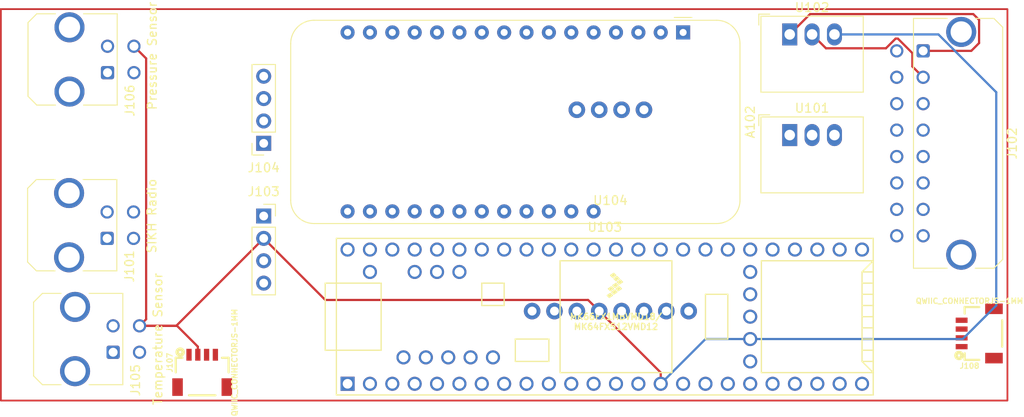
<source format=kicad_pcb>
(kicad_pcb (version 20211014) (generator pcbnew)
  (layers (0 "F.Cu" signal) (31 "B.Cu" signal) (34 "B.Paste" user) (35 "F.Paste" user) (36 "B.SilkS" user "B.Silkscreen") (37 "F.SilkS" user "F.Silkscreen") (38 "B.Mask" user) (39 "F.Mask" user) (44 "Edge.Cuts" user))
  (net 0 "")
  (net 1 "-BATT")
  (net 2 "/CS_ARGO")
  (net 3 "/SCk")
  (net 4 "/COPI")
  (net 5 "/CIPO")
  (net 6 "/ARGO_G8")
  (net 7 "/ARGO_INT1")
  (net 8 "/ARGO_INT2")
  (net 9 "/ARGO_RESETB")
  (net 10 "/ARGO_PWR_EN")
  (net 11 "/ARGO_RF_EN")
  (net 12 "/gps_pps")
  (net 13 "/CAN_TX")
  (net 14 "/CAN_RX")
  (net 15 "/compass1_scl")
  (net 16 "/sda")
  (net 17 "/scl")
  (net 18 "/compass1_sda")
  (net 19 "/compass1_3v3")
  (net 20 "/compass1_GND")
  (net 21 "/rx1")
  (net 22 "/tx1")
  (net 23 "/gps_rx3")
  (net 24 "/gps_tx3")
  (net 25 "+5V")
  (net 49 "/gps_rst")
  (net 55 "+BATT")
  (net 57 "/i2c_sda")
  (net 58 "/i2c_scl")
  (net 59 "/SCK")
  (net 67 "+3V3")
  (net 85 "/gps_int")
  (footprint "Connector_Molex:Molex_Micro-Fit_3.0_43045-0421_2x02-1MP_P3.00mm_Horizontal" (layer "F.Cu") (at 114.345 89.765 90)
    (fp_text reference "J105" (at -3.175 2.54 90) (layer "F.SilkS"))
    (fp_text value "Temperature Sensor" (at 1.5 5.08 90) (layer "F.SilkS"))
    (fp_line (start 6.685 1.1) (end 6.685 -2.725) (layer "F.SilkS") (width 0.12))
    (fp_line (start -3.685 -2.725) (end -3.685 1.1) (layer "F.SilkS") (width 0.12))
    (fp_line (start 5.685 -9.03) (end 6.685 -8.03) (layer "F.SilkS") (width 0.12))
    (fp_line (start 6.685 -8.03) (end 6.685 -5.915) (layer "F.SilkS") (width 0.12))
    (fp_line (start -3.685 -5.915) (end -3.685 -8.03) (layer "F.SilkS") (width 0.12))
    (fp_line (start -3.685 1.1) (end 6.685 1.1) (layer "F.SilkS") (width 0.12))
    (fp_line (start -3.685 -8.03) (end -2.685 -9.03) (layer "F.SilkS") (width 0.12))
    (fp_line (start -2.685 -9.03) (end 5.685 -9.03) (layer "F.SilkS") (width 0.12))
    (pad "1" thru_hole roundrect (at 0 0 90) (size 1.5 1.5) (drill 1.02) (layers *.Cu *.Mask) (roundrect_rratio 0.166667) (net 1 "-BATT"))
    (pad "2" thru_hole circle (at 3 0 90) (size 1.5 1.5) (drill 1.02) (layers *.Cu *.Mask) (net 16 "/sda"))
    (pad "3" thru_hole circle (at 0 3 90) (size 1.5 1.5) (drill 1.02) (layers *.Cu *.Mask) (net 17 "/scl"))
    (pad "4" thru_hole circle (at 3 3 90) (size 1.5 1.5) (drill 1.02) (layers *.Cu *.Mask) (net 67 "+3V3"))
    (pad "MP" thru_hole circle (at -2.15 -4.32 90) (size 3.41 3.41) (drill 2.41) (layers *.Cu *.Mask))
    (pad "MP" thru_hole circle (at 5.15 -4.32 90) (size 3.41 3.41) (drill 2.41) (layers *.Cu *.Mask))
  )
  (footprint "Connector_Molex:Molex_Micro-Fit_3.0_43045-0421_2x02-1MP_P3.00mm_Horizontal" (layer "F.Cu") (at 113.71 58.015 90)
    (fp_text reference "J106" (at -3.175 2.54 90) (layer "F.SilkS"))
    (fp_text value "Pressure Sensor" (at 1.905 5.08 90) (layer "F.SilkS"))
    (fp_line (start -2.685 -9.03) (end 5.685 -9.03) (layer "F.SilkS") (width 0.12))
    (fp_line (start 5.685 -9.03) (end 6.685 -8.03) (layer "F.SilkS") (width 0.12))
    (fp_line (start -3.685 -8.03) (end -2.685 -9.03) (layer "F.SilkS") (width 0.12))
    (fp_line (start 6.685 -8.03) (end 6.685 -5.915) (layer "F.SilkS") (width 0.12))
    (fp_line (start -3.685 1.1) (end 6.685 1.1) (layer "F.SilkS") (width 0.12))
    (fp_line (start 6.685 1.1) (end 6.685 -2.725) (layer "F.SilkS") (width 0.12))
    (fp_line (start -3.685 -2.725) (end -3.685 1.1) (layer "F.SilkS") (width 0.12))
    (fp_line (start -3.685 -5.915) (end -3.685 -8.03) (layer "F.SilkS") (width 0.12))
    (pad "1" thru_hole roundrect (at 0 0 90) (size 1.5 1.5) (drill 1.02) (layers *.Cu *.Mask) (roundrect_rratio 0.166667) (net 1 "-BATT"))
    (pad "2" thru_hole circle (at 3 0 90) (size 1.5 1.5) (drill 1.02) (layers *.Cu *.Mask) (net 16 "/sda"))
    (pad "3" thru_hole circle (at 0 3 90) (size 1.5 1.5) (drill 1.02) (layers *.Cu *.Mask) (net 17 "/scl"))
    (pad "4" thru_hole circle (at 3 3 90) (size 1.5 1.5) (drill 1.02) (layers *.Cu *.Mask) (net 67 "+3V3"))
    (pad "MP" thru_hole circle (at -2.15 -4.32 90) (size 3.41 3.41) (drill 2.41) (layers *.Cu *.Mask))
    (pad "MP" thru_hole circle (at 5.15 -4.32 90) (size 3.41 3.41) (drill 2.41) (layers *.Cu *.Mask))
  )
  (footprint "Connectors:1X04_1MM_RA" (layer "F.Cu") (at 210.698715 87.63 90)
    (fp_text reference "J108" (at -3.683 0.889 180) (layer "F.SilkS") (effects (font (size 0.6096 0.6096) (thickness 0.127))))
    (fp_text value "QWIIC_CONNECTORJS-1MM" (at 3.683 0.889 180) (layer "F.SilkS") (effects (font (size 0.6096 0.6096) (thickness 0.127))))
    (fp_line (start -1.4986 4.59994) (end 1.4986 4.59994) (layer "F.SilkS") (width 0.254))
    (fp_line (start 2.2479 0.34798) (end 2.99974 0.34798) (layer "F.SilkS") (width 0.254))
    (fp_line (start 2.99974 0.34798) (end 2.99974 1.99898) (layer "F.SilkS") (width 0.254))
    (fp_line (start -2.99974 0.34798) (end -2.2479 0.34798) (layer "F.SilkS") (width 0.254))
    (fp_line (start -2.99974 1.99898) (end -2.99974 0.34798) (layer "F.SilkS") (width 0.254))
    (fp_circle (center -2.49936 -0.29972) (end -2.49936 -0.43942) (layer "F.SilkS") (width 0.39878) (fill none))
    (pad "1" smd rect locked (at -1.4986 0 90) (size 0.59944 1.34874) (layers "F.Cu" "F.Paste" "F.Mask") (net 1 "-BATT"))
    (pad "2" smd rect locked (at -0.49784 0 90) (size 0.59944 1.34874) (layers "F.Cu" "F.Paste" "F.Mask") (net 67 "+3V3"))
    (pad "3" smd rect locked (at 0.49784 0 90) (size 0.59944 1.34874) (layers "F.Cu" "F.Paste" "F.Mask") (net 16 "/sda"))
    (pad "4" smd rect locked (at 1.4986 0 90) (size 0.59944 1.34874) (layers "F.Cu" "F.Paste" "F.Mask") (net 17 "/scl"))
    (pad "NC1" smd rect locked (at 2.79908 3.67284 90) (size 1.19888 1.99898) (layers "F.Cu" "F.Paste" "F.Mask"))
    (pad "NC2" smd rect locked (at -2.79908 3.67284 90) (size 1.19888 1.99898) (layers "F.Cu" "F.Paste" "F.Mask"))
  )
  (footprint "Module:Teensy35_36" (layer "F.Cu") (at 170.18 85.725)
    (fp_text reference "U103" (at 0 -10.16) (layer "F.SilkS"))
    (fp_text value "Teensy3.5")
    (fp_text user "MK64FX512VMD12" (at 1.27 1.143) (layer "F.SilkS") (effects (font (size 0.7 0.7))))
    (fp_text user "MK66FX1MBVMD18/" (at 1.27 0) (layer "F.SilkS") (effects (font (size 0.7 0.7))))
    (fp_line (start -5.08 6.35) (end 7.62 6.35) (layer "F.SilkS") (width 0.15))
    (fp_line (start -30.48 8.89) (end 30.48 8.89) (layer "F.SilkS") (width 0.15))
    (fp_line (start 29.21 5.08) (end 30.48 5.08) (layer "F.SilkS") (width 0.15))
    (fp_line (start -31.75 -3.81) (end -30.48 -3.81) (layer "F.SilkS") (width 0.15))
    (fp_line (start 13.97 2.54) (end 11.43 2.54) (layer "F.SilkS") (width 0.15))
    (fp_line (start -13.97 -3.81) (end -13.97 -1.27) (layer "F.SilkS") (width 0.15))
    (fp_line (start -31.75 3.81) (end -31.75 -3.81) (layer "F.SilkS") (width 0.15))
    (fp_line (start 29.21 -1.27) (end 30.48 -1.27) (layer "F.SilkS") (width 0.15))
    (fp_line (start 17.78 -6.35) (end 17.78 6.35) (layer "F.SilkS") (width 0.15))
    (fp_line (start 29.21 0) (end 30.48 0) (layer "F.SilkS") (width 0.15))
    (fp_line (start 17.78 6.35) (end 30.48 6.35) (layer "F.SilkS") (width 0.15))
    (fp_line (start -11.43 -1.27) (end -11.43 -3.81) (layer "F.SilkS") (width 0.15))
    (fp_line (start 29.21 3.81) (end 30.48 3.81) (layer "F.SilkS") (width 0.15))
    (fp_line (start 7.62 6.35) (end 7.62 -6.35) (layer "F.SilkS") (width 0.15))
    (fp_line (start -6.35 2.54) (end -6.35 5.08) (layer "F.SilkS") (width 0.15))
    (fp_line (start 29.21 2.54) (end 30.48 2.54) (layer "F.SilkS") (width 0.15))
    (fp_line (start 29.21 -5.08) (end 30.48 -5.08) (layer "F.SilkS") (width 0.15))
    (fp_line (start -5.08 -6.35) (end 7.62 -6.35) (layer "F.SilkS") (width 0.15))
    (fp_line (start 30.48 -6.35) (end 17.78 -6.35) (layer "F.SilkS") (width 0.15))
    (fp_line (start 29.21 -2.54) (end 30.48 -2.54) (layer "F.SilkS") (width 0.15))
    (fp_line (start 29.21 -3.81) (end 30.48 -3.81) (layer "F.SilkS") (width 0.15))
    (fp_line (start -6.35 5.08) (end -10.16 5.08) (layer "F.SilkS") (width 0.15))
    (fp_line (start 11.43 2.54) (end 11.43 -2.54) (layer "F.SilkS") (width 0.15))
    (fp_line (start -25.4 3.81) (end -30.48 3.81) (layer "F.SilkS") (width 0.15))
    (fp_line (start 30.48 6.35) (end 29.21 5.08) (layer "F.SilkS") (width 0.15))
    (fp_line (start 29.21 1.27) (end 30.48 1.27) (layer "F.SilkS") (width 0.15))
    (fp_line (start 13.97 -2.54) (end 13.97 2.54) (layer "F.SilkS") (width 0.15))
    (fp_line (start 29.21 5.08) (end 29.21 -5.08) (layer "F.SilkS") (width 0.15))
    (fp_line (start 30.48 -8.89) (end 30.48 8.89) (layer "F.SilkS") (width 0.15))
    (fp_line (start -25.4 -3.81) (end -30.48 -3.81) (layer "F.SilkS") (width 0.15))
    (fp_line (start -30.48 8.89) (end -30.48 -8.89) (layer "F.SilkS") (width 0.15))
    (fp_line (start -11.43 -3.81) (end -13.97 -3.81) (layer "F.SilkS") (width 0.15))
    (fp_line (start -30.48 3.81) (end -31.75 3.81) (layer "F.SilkS") (width 0.15))
    (fp_line (start -13.97 -1.27) (end -11.43 -1.27) (layer "F.SilkS") (width 0.15))
    (fp_line (start 11.43 -2.54) (end 13.97 -2.54) (layer "F.SilkS") (width 0.15))
    (fp_line (start -10.16 5.08) (end -10.16 2.54) (layer "F.SilkS") (width 0.15))
    (fp_line (start 30.48 -8.89) (end -30.48 -8.89) (layer "F.SilkS") (width 0.15))
    (fp_line (start -10.16 2.54) (end -6.35 2.54) (layer "F.SilkS") (width 0.15))
    (fp_line (start -25.4 3.81) (end -25.4 -3.81) (layer "F.SilkS") (width 0.15))
    (fp_line (start -5.08 -6.35) (end -5.08 6.35) (layer "F.SilkS") (width 0.15))
    (fp_line (start 29.21 -5.08) (end 30.48 -6.35) (layer "F.SilkS") (width 0.15))
    (fp_poly (pts (xy 1.651 -3.429) (xy 1.905 -3.175) (xy 1.524 -2.921) (xy 1.27 -3.175)) (layer "F.SilkS") (width 0.1) (fill solid))
    (fp_poly (pts (xy 1.778 -4.191) (xy 2.032 -3.937) (xy 1.651 -3.683) (xy 1.397 -3.937)) (layer "F.SilkS") (width 0.1) (fill solid))
    (fp_poly (pts (xy 1.27 -3.81) (xy 1.524 -3.556) (xy 1.143 -3.302) (xy 0.889 -3.556)) (layer "F.SilkS") (width 0.1) (fill solid))
    (fp_poly (pts (xy 1.016 -4.953) (xy 1.27 -4.699) (xy 0.889 -4.445) (xy 0.635 -4.699)) (layer "F.SilkS") (width 0.1) (fill solid))
    (fp_poly (pts (xy 1.143 -3.048) (xy 1.397 -2.794) (xy 1.016 -2.54) (xy 0.762 -2.794)) (layer "F.SilkS") (width 0.1) (fill solid))
    (fp_poly (pts (xy 0.635 -2.667) (xy 0.889 -2.413) (xy 0.508 -2.159) (xy 0.254 -2.413)) (layer "F.SilkS") (width 0.1) (fill solid))
    (fp_poly (pts (xy 1.397 -4.572) (xy 1.651 -4.318) (xy 1.27 -4.064) (xy 1.016 -4.318)) (layer "F.SilkS") (width 0.1) (fill solid))
    (fp_poly (pts (xy 0.762 -3.429) (xy 1.016 -3.175) (xy 0.635 -2.921) (xy 0.381 -3.175)) (layer "F.SilkS") (width 0.1) (fill solid))
    (pad "1" thru_hole rect (at -29.21 7.62) (size 1.6 1.6) (drill 1.1) (layers *.Cu *.Mask) (net 1 "-BATT"))
    (pad "2" thru_hole circle (at -26.67 7.62) (size 1.6 1.6) (drill 1.1) (layers *.Cu *.Mask) (net 21 "/rx1"))
    (pad "3" thru_hole circle (at -24.13 7.62) (size 1.6 1.6) (drill 1.1) (layers *.Cu *.Mask) (net 22 "/tx1"))
    (pad "4" thru_hole circle (at -21.59 7.62) (size 1.6 1.6) (drill 1.1) (layers *.Cu *.Mask) (net 6 "/ARGO_G8"))
    (pad "5" thru_hole circle (at -19.05 7.62) (size 1.6 1.6) (drill 1.1) (layers *.Cu *.Mask) (net 13 "/CAN_TX"))
    (pad "6" thru_hole circle (at -16.51 7.62) (size 1.6 1.6) (drill 1.1) (layers *.Cu *.Mask) (net 14 "/CAN_RX"))
    (pad "7" thru_hole circle (at -13.97 7.62) (size 1.6 1.6) (drill 1.1) (layers *.Cu *.Mask) (net 7 "/ARGO_INT1"))
    (pad "8" thru_hole circle (at -11.43 7.62) (size 1.6 1.6) (drill 1.1) (layers *.Cu *.Mask) (net 8 "/ARGO_INT2"))
    (pad "9" thru_hole circle (at -8.89 7.62) (size 1.6 1.6) (drill 1.1) (layers *.Cu *.Mask) (net 23 "/gps_rx3"))
    (pad "10" thru_hole circle (at -6.35 7.62) (size 1.6 1.6) (drill 1.1) (layers *.Cu *.Mask) (net 24 "/gps_tx3"))
    (pad "11" thru_hole circle (at -3.81 7.62) (size 1.6 1.6) (drill 1.1) (layers *.Cu *.Mask) (net 11 "/ARGO_RF_EN"))
    (pad "12" thru_hole circle (at -1.27 7.62) (size 1.6 1.6) (drill 1.1) (layers *.Cu *.Mask) (net 2 "/CS_ARGO"))
    (pad "13" thru_hole circle (at 1.27 7.62) (size 1.6 1.6) (drill 1.1) (layers *.Cu *.Mask) (net 4 "/COPI"))
    (pad "14" thru_hole circle (at 3.81 7.62) (size 1.6 1.6) (drill 1.1) (layers *.Cu *.Mask) (net 5 "/CIPO"))
    (pad "15" thru_hole circle (at 6.35 7.62) (size 1.6 1.6) (drill 1.1) (layers *.Cu *.Mask) (net 67 "+3V3"))
    (pad "16" thru_hole circle (at 8.89 7.62) (size 1.6 1.6) (drill 1.1) (layers *.Cu *.Mask))
    (pad "17" thru_hole circle (at 11.43 7.62) (size 1.6 1.6) (drill 1.1) (layers *.Cu *.Mask))
    (pad "18" thru_hole circle (at 13.97 7.62) (size 1.6 1.6) (drill 1.1) (layers *.Cu *.Mask))
    (pad "19" thru_hole circle (at 16.51 7.62) (size 1.6 1.6) (drill 1.1) (layers *.Cu *.Mask))
    (pad "20" thru_hole circle (at 19.05 7.62) (size 1.6 1.6) (drill 1.1) (layers *.Cu *.Mask))
    (pad "21" thru_hole circle (at 21.59 7.62) (size 1.6 1.6) (drill 1.1) (layers *.Cu *.Mask) (net 9 "/ARGO_RESETB"))
    (pad "22" thru_hole circle (at 24.13 7.62) (size 1.6 1.6) (drill 1.1) (layers *.Cu *.Mask) (net 10 "/ARGO_PWR_EN"))
    (pad "23" thru_hole circle (at 26.67 7.62) (size 1.6 1.6) (drill 1.1) (layers *.Cu *.Mask))
    (pad "24" thru_hole circle (at 29.21 7.62) (size 1.6 1.6) (drill 1.1) (layers *.Cu *.Mask))
    (pad "25" thru_hole circle (at 16.51 5.08) (size 1.6 1.6) (drill 1.1) (layers *.Cu *.Mask))
    (pad "26" thru_hole circle (at 16.51 2.54) (size 1.6 1.6) (drill 1.1) (layers *.Cu *.Mask) (net 67 "+3V3"))
    (pad "27" thru_hole circle (at 16.51 0) (size 1.6 1.6) (drill 1.1) (layers *.Cu *.Mask) (net 1 "-BATT"))
    (pad "28" thru_hole circle (at 16.51 -2.54) (size 1.6 1.6) (drill 1.1) (layers *.Cu *.Mask))
    (pad "29" thru_hole circle (at 16.51 -5.08) (size 1.6 1.6) (drill 1.1) (layers *.Cu *.Mask))
    (pad "30" thru_hole circle (at 29.21 -7.62) (size 1.6 1.6) (drill 1.1) (layers *.Cu *.Mask))
    (pad "31" thru_hole circle (at 26.67 -7.62) (size 1.6 1.6) (drill 1.1) (layers *.Cu *.Mask))
    (pad "32" thru_hole circle (at 24.13 -7.62) (size 1.6 1.6) (drill 1.1) (layers *.Cu *.Mask) (net 12 "/gps_pps"))
    (pad "33" thru_hole circle (at 21.59 -7.62) (size 1.6 1.6) (drill 1.1) (layers *.Cu *.Mask) (net 49 "/gps_rst"))
    (pad "34" thru_hole circle (at 19.05 -7.62) (size 1.6 1.6) (drill 1.1) (layers *.Cu *.Mask))
    (pad "35" thru_hole circle (at 16.51 -7.62) (size 1.6 1.6) (drill 1.1) (layers *.Cu *.Mask))
    (pad "36" thru_hole circle (at 13.97 -7.62) (size 1.6 1.6) (drill 1.1) (layers *.Cu *.Mask))
    (pad "37" thru_hole circle (at 11.43 -7.62) (size 1.6 1.6) (drill 1.1) (layers *.Cu *.Mask))
    (pad "38" thru_hole circle (at 8.89 -7.62) (size 1.6 1.6) (drill 1.1) (layers *.Cu *.Mask))
    (pad "39" thru_hole circle (at 6.35 -7.62) (size 1.6 1.6) (drill 1.1) (layers *.Cu *.Mask) (net 1 "-BATT"))
    (pad "40" thru_hole circle (at 3.81 -7.62) (size 1.6 1.6) (drill 1.1) (layers *.Cu *.Mask) (net 59 "/SCK"))
    (pad "41" thru_hole circle (at 1.27 -7.62) (size 1.6 1.6) (drill 1.1) (layers *.Cu *.Mask))
    (pad "42" thru_hole circle (at -1.27 -7.62) (size 1.6 1.6) (drill 1.1) (layers *.Cu *.Mask))
    (pad "43" thru_hole circle (at -3.81 -7.62) (size 1.6 1.6) (drill 1.1) (layers *.Cu *.Mask))
    (pad "44" thru_hole circle (at -6.35 -7.62) (size 1.6 1.6) (drill 1.1) (layers *.Cu *.Mask))
    (pad "45" thru_hole circle (at -8.89 -7.62) (size 1.6 1.6) (drill 1.1) (layers *.Cu *.Mask) (net 16 "/sda"))
    (pad "46" thru_hole circle (at -11.43 -7.62) (size 1.6 1.6) (drill 1.1) (layers *.Cu *.Mask) (net 17 "/scl"))
    (pad "47" thru_hole circle (at -13.97 -7.62) (size 1.6 1.6) (drill 1.1) (layers *.Cu *.Mask))
    (pad "48" thru_hole circle (at -16.51 -7.62) (size 1.6 1.6) (drill 1.1) (layers *.Cu *.Mask))
    (pad "49" thru_hole circle (at -19.05 -7.62) (size 1.6 1.6) (drill 1.1) (layers *.Cu *.Mask))
    (pad "50" thru_hole circle (at -21.59 -7.62) (size 1.6 1.6) (drill 1.1) (layers *.Cu *.Mask))
    (pad "51" thru_hole circle (at -24.13 -7.62) (size 1.6 1.6) (drill 1.1) (layers *.Cu *.Mask))
    (pad "52" thru_hole circle (at -26.67 -7.62) (size 1.6 1.6) (drill 1.1) (layers *.Cu *.Mask))
    (pad "53" thru_hole circle (at -29.21 -7.62) (size 1.6 1.6) (drill 1.1) (layers *.Cu *.Mask))
    (pad "54" thru_hole circle (at -26.67 -5.08) (size 1.6 1.6) (drill 1.1) (layers *.Cu *.Mask))
    (pad "55" thru_hole circle (at -21.59 -5.08) (size 1.6 1.6) (drill 1.1) (layers *.Cu *.Mask))
    (pad "56" thru_hole circle (at -19.05 -5.08) (size 1.6 1.6) (drill 1.1) (layers *.Cu *.Mask))
    (pad "57" thru_hole circle (at -16.51 -5.08) (size 1.6 1.6) (drill 1.1) (layers *.Cu *.Mask))
    (pad "58" thru_hole circle (at -22.86 4.62) (size 1.6 1.6) (drill 1.1) (layers *.Cu *.Mask))
    (pad "59" thru_hole circle (at -20.32 4.62) (size 1.6 1.6) (drill 1.1) (layers *.Cu *.Mask))
    (pad "60" thru_hole circle (at -17.78 4.62) (size 1.6 1.6) (drill 1.1) (layers *.Cu *.Mask))
    (pad "61" thru_hole circle (at -15.24 4.62) (size 1.6 1.6) (drill 1.1) (layers *.Cu *.Mask) (net 1 "-BATT"))
    (pad "62" thru_hole circle (at -12.7 4.62) (size 1.6 1.6) (drill 1.1) (layers *.Cu *.Mask) (net 1 "-BATT"))
  )
  (footprint "Connectors:1X04_1MM_RA" (layer "F.Cu") (at 124.46 90.048715)
    (fp_text reference "J107" (at -3.683 0.889 90) (layer "F.SilkS") (effects (font (size 0.6096 0.6096) (thickness 0.127))))
    (fp_text value "QWIIC_CONNECTORJS-1MM" (at 3.683 0.889 90) (layer "F.SilkS") (effects (font (size 0.6096 0.6096) (thickness 0.127))))
    (fp_line (start -2.99974 1.99898) (end -2.99974 0.34798) (layer "F.SilkS") (width 0.254))
    (fp_line (start -1.4986 4.59994) (end 1.4986 4.59994) (layer "F.SilkS") (width 0.254))
    (fp_line (start 2.99974 0.34798) (end 2.99974 1.99898) (layer "F.SilkS") (width 0.254))
    (fp_line (start -2.99974 0.34798) (end -2.2479 0.34798) (layer "F.SilkS") (width 0.254))
    (fp_line (start 2.2479 0.34798) (end 2.99974 0.34798) (layer "F.SilkS") (width 0.254))
    (fp_circle (center -2.49936 -0.29972) (end -2.49936 -0.43942) (layer "F.SilkS") (width 0.39878) (fill none))
    (pad "1" smd rect locked (at -1.4986 0) (size 0.59944 1.34874) (layers "F.Cu" "F.Paste" "F.Mask") (net 1 "-BATT"))
    (pad "2" smd rect locked (at -0.49784 0) (size 0.59944 1.34874) (layers "F.Cu" "F.Paste" "F.Mask") (net 67 "+3V3"))
    (pad "3" smd rect locked (at 0.49784 0) (size 0.59944 1.34874) (layers "F.Cu" "F.Paste" "F.Mask") (net 16 "/sda"))
    (pad "4" smd rect locked (at 1.4986 0) (size 0.59944 1.34874) (layers "F.Cu" "F.Paste" "F.Mask") (net 17 "/scl"))
    (pad "NC1" smd rect locked (at 2.79908 3.67284) (size 1.19888 1.99898) (layers "F.Cu" "F.Paste" "F.Mask"))
    (pad "NC2" smd rect locked (at -2.79908 3.67284) (size 1.19888 1.99898) (layers "F.Cu" "F.Paste" "F.Mask"))
  )
  (footprint "Connector_Molex:Molex_Micro-Fit_3.0_43045-1621_2x08-1MP_P3.00mm_Horizontal" (layer "F.Cu") (at 206.33 55.54 -90)
    (fp_text reference "J102" (at 10.5 -10.12 90) (layer "F.SilkS"))
    (fp_text value "Telemetry Bulkhead")
    (fp_line (start 24.685 1.1) (end 24.685 -2.725) (layer "F.SilkS") (width 0.12))
    (fp_line (start -2.685 -9.03) (end 23.685 -9.03) (layer "F.SilkS") (width 0.12))
    (fp_line (start -3.685 -2.725) (end -3.685 1.1) (layer "F.SilkS") (width 0.12))
    (fp_line (start 24.685 -8.03) (end 24.685 -5.915) (layer "F.SilkS") (width 0.12))
    (fp_line (start -3.685 1.1) (end 24.685 1.1) (layer "F.SilkS") (width 0.12))
    (fp_line (start -3.685 -5.915) (end -3.685 -8.03) (layer "F.SilkS") (width 0.12))
    (fp_line (start -3.685 -8.03) (end -2.685 -9.03) (layer "F.SilkS") (width 0.12))
    (fp_line (start 23.685 -9.03) (end 24.685 -8.03) (layer "F.SilkS") (width 0.12))
    (pad "1" thru_hole roundrect (at 0 0 270) (size 1.5 1.5) (drill 1.02) (layers *.Cu *.Mask) (roundrect_rratio 0.166667) (net 55 "+BATT"))
    (pad "2" thru_hole circle (at 3 0 270) (size 1.5 1.5) (drill 1.02) (layers *.Cu *.Mask) (net 1 "-BATT"))
    (pad "3" thru_hole circle (at 6 0 270) (size 1.5 1.5) (drill 1.02) (layers *.Cu *.Mask))
    (pad "4" thru_hole circle (at 9 0 270) (size 1.5 1.5) (drill 1.02) (layers *.Cu *.Mask))
    (pad "5" thru_hole circle (at 12 0 270) (size 1.5 1.5) (drill 1.02) (layers *.Cu *.Mask) (net 57 "/i2c_sda"))
    (pad "6" thru_hole circle (at 15 0 270) (size 1.5 1.5) (drill 1.02) (layers *.Cu *.Mask) (net 58 "/i2c_scl"))
    (pad "7" thru_hole circle (at 18 0 270) (size 1.5 1.5) (drill 1.02) (layers *.Cu *.Mask) (net 12 "/gps_pps"))
    (pad "8" thru_hole circle (at 21 0 270) (size 1.5 1.5) (drill 1.02) (layers *.Cu *.Mask) (net 13 "/CAN_TX"))
    (pad "9" thru_hole circle (at 0 3 270) (size 1.5 1.5) (drill 1.02) (layers *.Cu *.Mask) (net 14 "/CAN_RX"))
    (pad "10" thru_hole circle (at 3 3 270) (size 1.5 1.5) (drill 1.02) (layers *.Cu *.Mask))
    (pad "11" thru_hole circle (at 6 3 270) (size 1.5 1.5) (drill 1.02) (layers *.Cu *.Mask) (net 15 "/compass1_scl"))
    (pad "12" thru_hole circle (at 9 3 270) (size 1.5 1.5) (drill 1.02) (layers *.Cu *.Mask) (net 18 "/compass1_sda"))
    (pad "13" thru_hole circle (at 12 3 270) (size 1.5 1.5) (drill 1.02) (layers *.Cu *.Mask) (net 19 "/compass1_3v3"))
    (pad "14" thru_hole circle (at 15 3 270) (size 1.5 1.5) (drill 1.02) (layers *.Cu *.Mask) (net 20 "/compass1_GND"))
    (pad "15" thru_hole circle (at 18 3 270) (size 1.5 1.5) (drill 1.02) (layers *.Cu *.Mask))
    (pad "16" thru_hole circle (at 21 3 270) (size 1.5 1.5) (drill 1.02) (layers *.Cu *.Mask))
    (pad "MP" thru_hole circle (at -2.15 -4.32 270) (size 3.41 3.41) (drill 2.41) (layers *.Cu *.Mask))
    (pad "MP" thru_hole circle (at 23.15 -4.32 270) (size 3.41 3.41) (drill 2.41) (layers *.Cu *.Mask))
  )
  (footprint "Connector_PinSocket_2.54mm:PinSocket_1x04_P2.54mm_Vertical" (layer "F.Cu") (at 131.445 74.295)
    (fp_text reference "J103" (at 0 -2.77) (layer "F.SilkS"))
    (fp_text value "Compass_2")
    (fp_line (start 0 -1.33) (end 1.33 -1.33) (layer "F.SilkS") (width 0.12))
    (fp_line (start -1.33 8.95) (end 1.33 8.95) (layer "F.SilkS") (width 0.12))
    (fp_line (start 1.33 -1.33) (end 1.33 0) (layer "F.SilkS") (width 0.12))
    (fp_line (start -1.33 1.27) (end 1.33 1.27) (layer "F.SilkS") (width 0.12))
    (fp_line (start 1.33 1.27) (end 1.33 8.95) (layer "F.SilkS") (width 0.12))
    (fp_line (start -1.33 1.27) (end -1.33 8.95) (layer "F.SilkS") (width 0.12))
    (pad "1" thru_hole rect (at 0 0) (size 1.7 1.7) (drill 1) (layers *.Cu *.Mask) (net 1 "-BATT"))
    (pad "2" thru_hole oval (at 0 2.54) (size 1.7 1.7) (drill 1) (layers *.Cu *.Mask) (net 67 "+3V3"))
    (pad "3" thru_hole oval (at 0 5.08) (size 1.7 1.7) (drill 1) (layers *.Cu *.Mask) (net 16 "/sda"))
    (pad "4" thru_hole oval (at 0 7.62) (size 1.7 1.7) (drill 1) (layers *.Cu *.Mask) (net 17 "/scl"))
  )
  (footprint "Converter_DCDC:Converter_DCDC_RECOM_R-78B-2.0_THT" (layer "F.Cu") (at 191.1775 65.1025)
    (fp_text reference "U101" (at 2.54 -3.06) (layer "F.SilkS"))
    (fp_text value "R-78B3.3-2.0")
    (fp_line (start 8.35 -2.06) (end 8.35 6.56) (layer "F.SilkS") (width 0.12))
    (fp_line (start -3.27 -2.06) (end -3.27 6.56) (layer "F.SilkS") (width 0.12))
    (fp_line (start -3.27 6.56) (end 8.35 6.56) (layer "F.SilkS") (width 0.12))
    (fp_line (start -3.27 -2.06) (end 8.35 -2.06) (layer "F.SilkS") (width 0.12))
    (fp_line (start -3.51 -2.3) (end -2.27 -2.3) (layer "F.SilkS") (width 0.12))
    (fp_line (start -3.51 -1.06) (end -3.51 -2.3) (layer "F.SilkS") (width 0.12))
    (pad "1" thru_hole rect (at 0 0) (size 1.7 2.5) (drill 1.2) (layers *.Cu *.Mask) (net 55 "+BATT"))
    (pad "2" thru_hole oval (at 2.54 0) (size 1.7 2.5) (drill 1.2) (layers *.Cu *.Mask) (net 1 "-BATT"))
    (pad "3" thru_hole oval (at 5.08 0) (size 1.7 2.5) (drill 1.2) (layers *.Cu *.Mask) (net 25 "+5V"))
  )
  (footprint "Connector_Molex:Molex_Micro-Fit_3.0_43045-0421_2x02-1MP_P3.00mm_Horizontal" (layer "F.Cu") (at 113.665 76.835 90)
    (fp_text reference "J101" (at -3.175 2.54 90) (layer "F.SilkS"))
    (fp_text value "SIKH Radio" (at 2.54 5.08 90) (layer "F.SilkS"))
    (fp_line (start -3.685 -8.03) (end -2.685 -9.03) (layer "F.SilkS") (width 0.12))
    (fp_line (start 5.685 -9.03) (end 6.685 -8.03) (layer "F.SilkS") (width 0.12))
    (fp_line (start -3.685 -5.915) (end -3.685 -8.03) (layer "F.SilkS") (width 0.12))
    (fp_line (start 6.685 1.1) (end 6.685 -2.725) (layer "F.SilkS") (width 0.12))
    (fp_line (start -3.685 -2.725) (end -3.685 1.1) (layer "F.SilkS") (width 0.12))
    (fp_line (start -3.685 1.1) (end 6.685 1.1) (layer "F.SilkS") (width 0.12))
    (fp_line (start -2.685 -9.03) (end 5.685 -9.03) (layer "F.SilkS") (width 0.12))
    (fp_line (start 6.685 -8.03) (end 6.685 -5.915) (layer "F.SilkS") (width 0.12))
    (pad "1" thru_hole roundrect (at 0 0 90) (size 1.5 1.5) (drill 1.02) (layers *.Cu *.Mask) (roundrect_rratio 0.166667) (net 1 "-BATT"))
    (pad "2" thru_hole circle (at 3 0 90) (size 1.5 1.5) (drill 1.02) (layers *.Cu *.Mask) (net 22 "/tx1"))
    (pad "3" thru_hole circle (at 0 3 90) (size 1.5 1.5) (drill 1.02) (layers *.Cu *.Mask) (net 21 "/rx1"))
    (pad "4" thru_hole circle (at 3 3 90) (size 1.5 1.5) (drill 1.02) (layers *.Cu *.Mask) (net 25 "+5V"))
    (pad "MP" thru_hole circle (at 5.15 -4.32 90) (size 3.41 3.41) (drill 2.41) (layers *.Cu *.Mask))
    (pad "MP" thru_hole circle (at -2.15 -4.32 90) (size 3.41 3.41) (drill 2.41) (layers *.Cu *.Mask))
  )
  (footprint "Module:gps" (layer "F.Cu") (at 170.815 73.025)
    (fp_text reference "U104" (at 0 -0.5 unlocked) (layer "F.SilkS"))
    (fp_text value "GPS_ZOE_M8Q")
    (pad "" np_thru_hole circle (at -8.89 -9.525) (size 3.048 3.048) (drill 3.048) (layers *.Cu *.Mask))
    (pad "" np_thru_hole circle (at 11.43 -9.525) (size 3.048 3.048) (drill 3.048) (layers *.Cu *.Mask))
    (pad "1" thru_hole circle (at -8.89 12.065 90) (size 1.8796 1.8796) (drill 1.016) (layers *.Cu *.Mask))
    (pad "2" thru_hole circle (at -6.35 12.065 90) (size 1.8796 1.8796) (drill 1.016) (layers *.Cu *.Mask) (net 23 "/gps_rx3"))
    (pad "3" thru_hole circle (at -3.81 12.065 90) (size 1.8796 1.8796) (drill 1.016) (layers *.Cu *.Mask) (net 24 "/gps_tx3"))
    (pad "4" thru_hole circle (at -1.27 12.065 90) (size 1.8796 1.8796) (drill 1.016) (layers *.Cu *.Mask) (net 67 "+3V3"))
    (pad "5" thru_hole circle (at 1.27 12.065 90) (size 1.8796 1.8796) (drill 1.016) (layers *.Cu *.Mask))
    (pad "6" thru_hole circle (at 3.81 12.065 90) (size 1.8796 1.8796) (drill 1.016) (layers *.Cu *.Mask) (net 1 "-BATT"))
    (pad "7" thru_hole circle (at 6.35 12.065 90) (size 1.8796 1.8796) (drill 1.016) (layers *.Cu *.Mask) (net 17 "/scl"))
    (pad "8" thru_hole circle (at 8.89 12.065 90) (size 1.8796 1.8796) (drill 1.016) (layers *.Cu *.Mask) (net 16 "/sda"))
    (pad "9" thru_hole circle (at 3.81 -10.795 90) (size 1.8796 1.8796) (drill 1.016) (layers *.Cu *.Mask))
    (pad "10" thru_hole circle (at 1.27 -10.795 90) (size 1.8796 1.8796) (drill 1.016) (layers *.Cu *.Mask) (net 12 "/gps_pps"))
    (pad "11" thru_hole circle (at -1.27 -10.795 90) (size 1.8796 1.8796) (drill 1.016) (layers *.Cu *.Mask) (net 49 "/gps_rst"))
    (pad "12" thru_hole circle (at -3.81 -10.795 90) (size 1.8796 1.8796) (drill 1.016) (layers *.Cu *.Mask) (net 85 "/gps_int"))
  )
  (footprint "Connector_PinSocket_2.54mm:PinSocket_1x04_P2.54mm_Vertical" (layer "F.Cu") (at 131.445 66.04 180)
    (fp_text reference "J104" (at 0 -2.77) (layer "F.SilkS"))
    (fp_text value "Compass_1")
    (fp_line (start -1.33 1.27) (end 1.33 1.27) (layer "F.SilkS") (width 0.12))
    (fp_line (start 1.33 -1.33) (end 1.33 0) (layer "F.SilkS") (width 0.12))
    (fp_line (start -1.33 1.27) (end -1.33 8.95) (layer "F.SilkS") (width 0.12))
    (fp_line (start 0 -1.33) (end 1.33 -1.33) (layer "F.SilkS") (width 0.12))
    (fp_line (start 1.33 1.27) (end 1.33 8.95) (layer "F.SilkS") (width 0.12))
    (fp_line (start -1.33 8.95) (end 1.33 8.95) (layer "F.SilkS") (width 0.12))
    (pad "1" thru_hole rect (at 0 0 180) (size 1.7 1.7) (drill 1) (layers *.Cu *.Mask) (net 20 "/compass1_GND"))
    (pad "2" thru_hole oval (at 0 2.54 180) (size 1.7 1.7) (drill 1) (layers *.Cu *.Mask) (net 19 "/compass1_3v3"))
    (pad "3" thru_hole oval (at 0 5.08 180) (size 1.7 1.7) (drill 1) (layers *.Cu *.Mask) (net 18 "/compass1_sda"))
    (pad "4" thru_hole oval (at 0 7.62 180) (size 1.7 1.7) (drill 1) (layers *.Cu *.Mask) (net 15 "/compass1_scl"))
  )
  (footprint "Module:Adafruit_Feather" (layer "F.Cu") (at 179.07 53.4475 -90)
    (fp_text reference "A102" (at 10.16 -7.62 -270) (layer "F.SilkS"))
    (fp_text value "ARGOS")
    (fp_line (start 21.7 -3.81) (end 21.7 41.91) (layer "F.SilkS") (width 0.12))
    (fp_line (start 19.05 -6.46) (end 1.27 -6.46) (layer "F.SilkS") (width 0.12))
    (fp_line (start -1.38 -3.81) (end -1.38 41.91) (layer "F.SilkS") (width 0.12))
    (fp_line (start 19.05 44.56) (end 1.27 44.56) (layer "F.SilkS") (width 0.12))
    (fp_line (start -1.7 1) (end -1.7 -1) (layer "F.SilkS") (width 0.12))
    (fp_arc (start -1.38 -3.81) (mid -0.603833 -5.683833) (end 1.27 -6.46) (layer "F.SilkS") (width 0.12))
    (fp_arc (start 21.7 41.91) (mid 20.923833 43.783833) (end 19.05 44.56) (layer "F.SilkS") (width 0.12))
    (fp_arc (start 19.05 -6.46) (mid 20.923833 -5.683833) (end 21.7 -3.81) (layer "F.SilkS") (width 0.12))
    (fp_arc (start 1.27 44.56) (mid -0.603833 43.783833) (end -1.38 41.91) (layer "F.SilkS") (width 0.12))
    (pad "1" thru_hole rect (at 0 0 90) (size 1.6 1.6) (drill 0.8) (layers *.Cu *.Mask))
    (pad "2" thru_hole circle (at 0 2.54 90) (size 1.6 1.6) (drill 0.8) (layers *.Cu *.Mask))
    (pad "3" thru_hole circle (at 0 5.08 90) (size 1.6 1.6) (drill 0.8) (layers *.Cu *.Mask))
    (pad "4" thru_hole circle (at 0 7.62 90) (size 1.6 1.6) (drill 0.8) (layers *.Cu *.Mask) (net 1 "-BATT"))
    (pad "5" thru_hole circle (at 0 10.16 90) (size 1.6 1.6) (drill 0.8) (layers *.Cu *.Mask))
    (pad "6" thru_hole circle (at 0 12.7 90) (size 1.6 1.6) (drill 0.8) (layers *.Cu *.Mask))
    (pad "7" thru_hole circle (at 0 15.24 90) (size 1.6 1.6) (drill 0.8) (layers *.Cu *.Mask))
    (pad "8" thru_hole circle (at 0 17.78 90) (size 1.6 1.6) (drill 0.8) (layers *.Cu *.Mask))
    (pad "9" thru_hole circle (at 0 20.32 90) (size 1.6 1.6) (drill 0.8) (layers *.Cu *.Mask))
    (pad "10" thru_hole circle (at 0 22.86 90) (size 1.6 1.6) (drill 0.8) (layers *.Cu *.Mask) (net 2 "/CS_ARGO"))
    (pad "11" thru_hole circle (at 0 25.4 90) (size 1.6 1.6) (drill 0.8) (layers *.Cu *.Mask) (net 3 "/SCk"))
    (pad "12" thru_hole circle (at 0 27.94 90) (size 1.6 1.6) (drill 0.8) (layers *.Cu *.Mask) (net 4 "/COPI"))
    (pad "13" thru_hole circle (at 0 30.48 90) (size 1.6 1.6) (drill 0.8) (layers *.Cu *.Mask) (net 5 "/CIPO"))
    (pad "14" thru_hole circle (at 0 33.02 90) (size 1.6 1.6) (drill 0.8) (layers *.Cu *.Mask))
    (pad "15" thru_hole circle (at 0 35.56 90) (size 1.6 1.6) (drill 0.8) (layers *.Cu *.Mask))
    (pad "16" thru_hole circle (at 0 38.1 90) (size 1.6 1.6) (drill 0.8) (layers *.Cu *.Mask) (net 1 "-BATT"))
    (pad "17" thru_hole circle (at 20.32 38.1 90) (size 1.6 1.6) (drill 0.8) (layers *.Cu *.Mask) (net 16 "/sda"))
    (pad "18" thru_hole circle (at 20.32 35.56 90) (size 1.6 1.6) (drill 0.8) (layers *.Cu *.Mask) (net 17 "/scl"))
    (pad "19" thru_hole circle (at 20.32 33.02 90) (size 1.6 1.6) (drill 0.8) (layers *.Cu *.Mask) (net 6 "/ARGO_G8"))
    (pad "20" thru_hole circle (at 20.32 30.48 90) (size 1.6 1.6) (drill 0.8) (layers *.Cu *.Mask))
    (pad "21" thru_hole circle (at 20.32 27.94 90) (size 1.6 1.6) (drill 0.8) (layers *.Cu *.Mask) (net 7 "/ARGO_INT1"))
    (pad "22" thru_hole circle (at 20.32 25.4 90) (size 1.6 1.6) (drill 0.8) (layers *.Cu *.Mask) (net 8 "/ARGO_INT2"))
    (pad "23" thru_hole circle (at 20.32 22.86 90) (size 1.6 1.6) (drill 0.8) (layers *.Cu *.Mask) (net 9 "/ARGO_RESETB"))
    (pad "24" thru_hole circle (at 20.32 20.32 90) (size 1.6 1.6) (drill 0.8) (layers *.Cu *.Mask) (net 10 "/ARGO_PWR_EN"))
    (pad "25" thru_hole circle (at 20.32 17.78 90) (size 1.6 1.6) (drill 0.8) (layers *.Cu *.Mask) (net 11 "/ARGO_RF_EN"))
    (pad "26" thru_hole circle (at 20.32 15.24 90) (size 1.6 1.6) (drill 0.8) (layers *.Cu *.Mask) (net 25 "+5V"))
    (pad "27" thru_hole circle (at 20.32 12.7 90) (size 1.6 1.6) (drill 0.8) (layers *.Cu *.Mask))
    (pad "28" thru_hole circle (at 20.32 10.16 90) (size 1.6 1.6) (drill 0.8) (layers *.Cu *.Mask) (net 25 "+5V"))
  )
  (footprint "Converter_DCDC:Converter_DCDC_RECOM_R-78B-2.0_THT" (layer "F.Cu") (at 191.1775 53.6725)
    (fp_text reference "U102" (at 2.54 -3.06) (layer "F.SilkS"))
    (fp_text value "R-78B5.0-2.0")
    (fp_line (start -3.27 6.56) (end 8.35 6.56) (layer "F.SilkS") (width 0.12))
    (fp_line (start -3.51 -2.3) (end -2.27 -2.3) (layer "F.SilkS") (width 0.12))
    (fp_line (start -3.51 -1.06) (end -3.51 -2.3) (layer "F.SilkS") (width 0.12))
    (fp_line (start -3.27 -2.06) (end -3.27 6.56) (layer "F.SilkS") (width 0.12))
    (fp_line (start 8.35 -2.06) (end 8.35 6.56) (layer "F.SilkS") (width 0.12))
    (fp_line (start -3.27 -2.06) (end 8.35 -2.06) (layer "F.SilkS") (width 0.12))
    (pad "1" thru_hole rect (at 0 0) (size 1.7 2.5) (drill 1.2) (layers *.Cu *.Mask) (net 55 "+BATT"))
    (pad "2" thru_hole oval (at 2.54 0) (size 1.7 2.5) (drill 1.2) (layers *.Cu *.Mask) (net 1 "-BATT"))
    (pad "3" thru_hole oval (at 5.08 0) (size 1.7 2.5) (drill 1.2) (layers *.Cu *.Mask) (net 67 "+3V3"))
  )
  (gr_rect (start 101.6 50.8) (end 215.9 95.25) (layer "F.Cu") (width 0.2) (fill none))
  (segment (start 203.205052 54.145359) (end 203.454948 54.145359) (width 0.25) (layer "F.Cu") (net 1))
  (segment (start 195.29202 55.24702) (end 202.103391 55.24702) (width 0.25) (layer "F.Cu") (net 1))
  (segment (start 203.454948 54.145359) (end 205.105 55.795411) (width 0.25) (layer "F.Cu") (net 1))
  (segment (start 202.103391 55.24702) (end 203.205052 54.145359) (width 0.25) (layer "F.Cu") (net 1))
  (segment (start 205.105 55.795411) (end 205.105 57.315) (width 0.25) (layer "F.Cu") (net 1))
  (segment (start 193.7175 53.6725) (end 195.29202 55.24702) (width 0.25) (layer "F.Cu") (net 1))
  (segment (start 205.105 57.315) (end 206.33 58.54) (width 0.25) (layer "F.Cu") (net 1))
  (segment (start 212.015489 51.360489) (end 212.679511 52.024511) (width 0.25) (layer "F.Cu") (net 55))
  (segment (start 191.1775 53.6725) (end 193.489511 51.360489) (width 0.25) (layer "F.Cu") (net 55))
  (segment (start 211.795 55.54) (end 206.33 55.54) (width 0.25) (layer "F.Cu") (net 55))
  (segment (start 212.679511 52.024511) (end 212.679511 54.655489) (width 0.25) (layer "F.Cu") (net 55))
  (segment (start 212.679511 54.655489) (end 211.795 55.54) (width 0.25) (layer "F.Cu") (net 55))
  (segment (start 193.489511 51.360489) (end 212.015489 51.360489) (width 0.25) (layer "F.Cu") (net 55))
  (segment (start 117.345 86.765) (end 121.602815 86.765) (width 0.25) (layer "F.Cu") (net 67))
  (segment (start 118.095 86.015) (end 118.095 56.4) (width 0.25) (layer "F.Cu") (net 67))
  (segment (start 118.095 56.4) (end 116.71 55.015) (width 0.25) (layer "F.Cu") (net 67))
  (segment (start 168.280689 83.825689) (end 138.435689 83.825689) (width 0.25) (layer "F.Cu") (net 67))
  (segment (start 176.53 92.075) (end 169.545 85.09) (width 0.25) (layer "F.Cu") (net 67))
  (segment (start 121.515 86.765) (end 117.345 86.765) (width 0.25) (layer "F.Cu") (net 67))
  (segment (start 169.545 85.09) (end 168.280689 83.825689) (width 0.25) (layer "F.Cu") (net 67))
  (segment (start 138.435689 83.825689) (end 131.445 76.835) (width 0.25) (layer "F.Cu") (net 67))
  (segment (start 117.345 86.765) (end 118.095 86.015) (width 0.25) (layer "F.Cu") (net 67))
  (segment (start 176.53 93.345) (end 176.53 92.075) (width 0.25) (layer "F.Cu") (net 67))
  (segment (start 123.96216 89.124345) (end 123.96216 90.048715) (width 0.25) (layer "F.Cu") (net 67))
  (segment (start 131.445 76.835) (end 121.515 86.765) (width 0.25) (layer "F.Cu") (net 67))
  (segment (start 121.602815 86.765) (end 123.96216 89.124345) (width 0.25) (layer "F.Cu") (net 67))
  (segment (start 196.2575 53.6725) (end 208.062337 53.6725) (width 0.25) (layer "B.Cu") (net 67))
  (segment (start 214.63 84.455) (end 210.82 88.265) (width 0.25) (layer "B.Cu") (net 67))
  (segment (start 181.61 88.265) (end 176.53 93.345) (width 0.25) (layer "B.Cu") (net 67))
  (segment (start 210.82 88.265) (end 186.69 88.265) (width 0.25) (layer "B.Cu") (net 67))
  (segment (start 208.062337 53.6725) (end 214.63 60.240163) (width 0.25) (layer "B.Cu") (net 67))
  (segment (start 186.69 88.265) (end 181.61 88.265) (width 0.25) (layer "B.Cu") (net 67))
  (segment (start 214.63 60.240163) (end 214.63 84.455) (width 0.25) (layer "B.Cu") (net 67))
)
</source>
